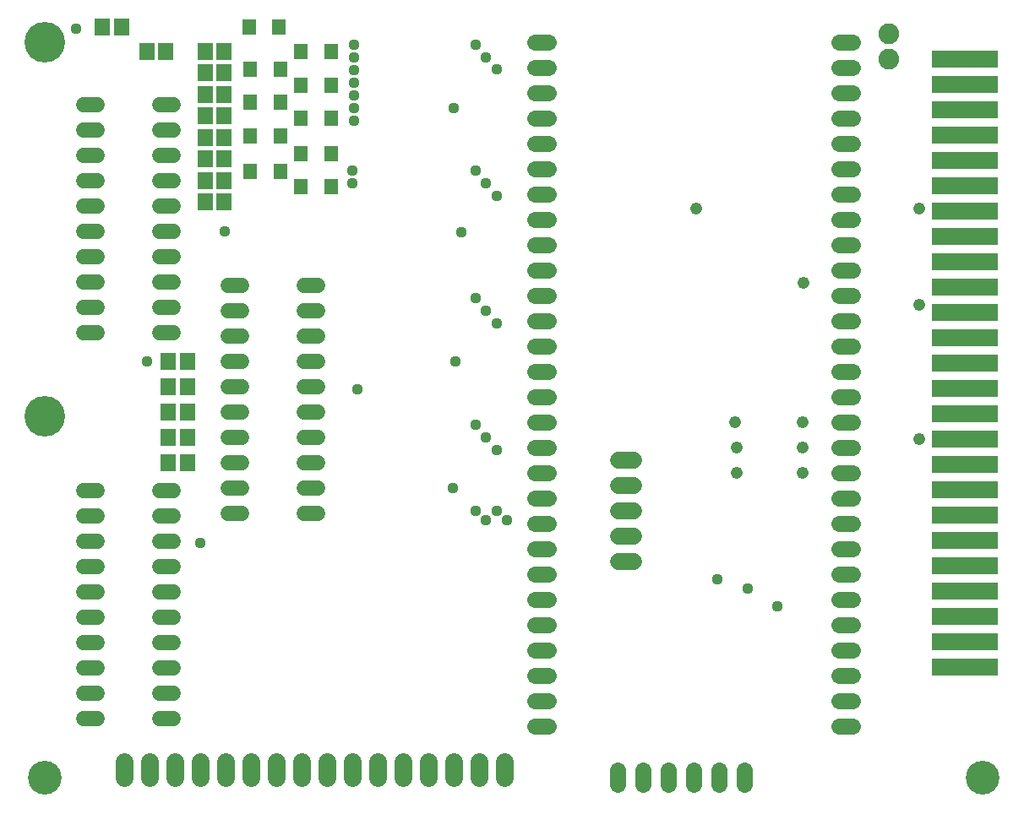
<source format=gts>
G75*
G70*
%OFA0B0*%
%FSLAX24Y24*%
%IPPOS*%
%LPD*%
%AMOC8*
5,1,8,0,0,1.08239X$1,22.5*
%
%ADD10C,0.1600*%
%ADD11C,0.0634*%
%ADD12C,0.0600*%
%ADD13R,0.0552X0.0631*%
%ADD14C,0.0710*%
%ADD15C,0.1330*%
%ADD16R,0.0592X0.0671*%
%ADD17R,0.2630X0.0680*%
%ADD18C,0.0674*%
%ADD19C,0.0820*%
%ADD20C,0.0476*%
%ADD21C,0.0437*%
D10*
X001361Y025610D03*
X001361Y040360D03*
D11*
X020684Y040360D02*
X021238Y040360D01*
X021238Y039360D02*
X020684Y039360D01*
X020684Y038360D02*
X021238Y038360D01*
X021238Y037360D02*
X020684Y037360D01*
X020684Y036360D02*
X021238Y036360D01*
X021238Y035360D02*
X020684Y035360D01*
X020684Y034360D02*
X021238Y034360D01*
X021238Y033360D02*
X020684Y033360D01*
X020684Y032360D02*
X021238Y032360D01*
X021238Y031360D02*
X020684Y031360D01*
X020684Y030360D02*
X021238Y030360D01*
X021238Y029360D02*
X020684Y029360D01*
X020684Y028360D02*
X021238Y028360D01*
X021238Y027360D02*
X020684Y027360D01*
X020684Y026360D02*
X021238Y026360D01*
X021238Y025360D02*
X020684Y025360D01*
X020684Y024360D02*
X021238Y024360D01*
X021238Y023360D02*
X020684Y023360D01*
X020684Y022360D02*
X021238Y022360D01*
X021238Y021360D02*
X020684Y021360D01*
X020684Y020360D02*
X021238Y020360D01*
X021238Y019360D02*
X020684Y019360D01*
X020684Y018360D02*
X021238Y018360D01*
X021238Y017360D02*
X020684Y017360D01*
X020684Y016360D02*
X021238Y016360D01*
X021238Y015360D02*
X020684Y015360D01*
X020684Y014360D02*
X021238Y014360D01*
X021238Y013360D02*
X020684Y013360D01*
X023961Y011637D02*
X023961Y011083D01*
X024961Y011083D02*
X024961Y011637D01*
X025961Y011637D02*
X025961Y011083D01*
X026961Y011083D02*
X026961Y011637D01*
X027961Y011637D02*
X027961Y011083D01*
X028961Y011083D02*
X028961Y011637D01*
X032684Y013360D02*
X033238Y013360D01*
X033238Y014360D02*
X032684Y014360D01*
X032684Y015360D02*
X033238Y015360D01*
X033238Y016360D02*
X032684Y016360D01*
X032684Y017360D02*
X033238Y017360D01*
X033238Y018360D02*
X032684Y018360D01*
X032684Y019360D02*
X033238Y019360D01*
X033238Y020360D02*
X032684Y020360D01*
X032684Y021360D02*
X033238Y021360D01*
X033238Y022360D02*
X032684Y022360D01*
X032684Y023360D02*
X033238Y023360D01*
X033238Y024360D02*
X032684Y024360D01*
X032684Y025360D02*
X033238Y025360D01*
X033238Y026360D02*
X032684Y026360D01*
X032684Y027360D02*
X033238Y027360D01*
X033238Y028360D02*
X032684Y028360D01*
X032684Y029360D02*
X033238Y029360D01*
X033238Y030360D02*
X032684Y030360D01*
X032684Y031360D02*
X033238Y031360D01*
X033238Y032360D02*
X032684Y032360D01*
X032684Y033360D02*
X033238Y033360D01*
X033238Y034360D02*
X032684Y034360D01*
X032684Y035360D02*
X033238Y035360D01*
X033238Y036360D02*
X032684Y036360D01*
X032684Y037360D02*
X033238Y037360D01*
X033238Y038360D02*
X032684Y038360D01*
X032684Y039360D02*
X033238Y039360D01*
X033238Y040360D02*
X032684Y040360D01*
D12*
X012121Y030760D02*
X011601Y030760D01*
X011601Y029760D02*
X012121Y029760D01*
X012121Y028760D02*
X011601Y028760D01*
X011601Y027760D02*
X012121Y027760D01*
X012121Y026760D02*
X011601Y026760D01*
X011601Y025760D02*
X012121Y025760D01*
X012121Y024760D02*
X011601Y024760D01*
X011601Y023760D02*
X012121Y023760D01*
X012121Y022760D02*
X011601Y022760D01*
X011601Y021760D02*
X012121Y021760D01*
X009121Y021760D02*
X008601Y021760D01*
X008601Y022760D02*
X009121Y022760D01*
X009121Y023760D02*
X008601Y023760D01*
X008601Y024760D02*
X009121Y024760D01*
X009121Y025760D02*
X008601Y025760D01*
X008601Y026760D02*
X009121Y026760D01*
X009121Y027760D02*
X008601Y027760D01*
X008601Y028760D02*
X009121Y028760D01*
X009121Y029760D02*
X008601Y029760D01*
X008601Y030760D02*
X009121Y030760D01*
X006421Y030910D02*
X005901Y030910D01*
X005901Y031910D02*
X006421Y031910D01*
X006421Y032910D02*
X005901Y032910D01*
X005901Y033910D02*
X006421Y033910D01*
X006421Y034910D02*
X005901Y034910D01*
X005901Y035910D02*
X006421Y035910D01*
X006421Y036910D02*
X005901Y036910D01*
X005901Y037910D02*
X006421Y037910D01*
X003421Y037910D02*
X002901Y037910D01*
X002901Y036910D02*
X003421Y036910D01*
X003421Y035910D02*
X002901Y035910D01*
X002901Y034910D02*
X003421Y034910D01*
X003421Y033910D02*
X002901Y033910D01*
X002901Y032910D02*
X003421Y032910D01*
X003421Y031910D02*
X002901Y031910D01*
X002901Y030910D02*
X003421Y030910D01*
X003421Y029910D02*
X002901Y029910D01*
X002901Y028910D02*
X003421Y028910D01*
X005901Y028910D02*
X006421Y028910D01*
X006421Y029910D02*
X005901Y029910D01*
X005901Y022660D02*
X006421Y022660D01*
X006421Y021660D02*
X005901Y021660D01*
X005901Y020660D02*
X006421Y020660D01*
X006421Y019660D02*
X005901Y019660D01*
X005901Y018660D02*
X006421Y018660D01*
X006421Y017660D02*
X005901Y017660D01*
X005901Y016660D02*
X006421Y016660D01*
X006421Y015660D02*
X005901Y015660D01*
X005901Y014660D02*
X006421Y014660D01*
X006421Y013660D02*
X005901Y013660D01*
X003421Y013660D02*
X002901Y013660D01*
X002901Y014660D02*
X003421Y014660D01*
X003421Y015660D02*
X002901Y015660D01*
X002901Y016660D02*
X003421Y016660D01*
X003421Y017660D02*
X002901Y017660D01*
X002901Y018660D02*
X003421Y018660D01*
X003421Y019660D02*
X002901Y019660D01*
X002901Y020660D02*
X003421Y020660D01*
X003421Y021660D02*
X002901Y021660D01*
X002901Y022660D02*
X003421Y022660D01*
D13*
X011471Y034660D03*
X010652Y035260D03*
X011471Y035960D03*
X010652Y036660D03*
X011471Y037360D03*
X010652Y038010D03*
X011471Y038660D03*
X010652Y039310D03*
X011471Y040010D03*
X012652Y040010D03*
X012652Y038660D03*
X012652Y037360D03*
X012652Y035960D03*
X012652Y034660D03*
X009471Y035260D03*
X009471Y036660D03*
X009471Y038010D03*
X009471Y039310D03*
X009421Y040960D03*
X010602Y040960D03*
D14*
X010507Y011966D02*
X010507Y011337D01*
X011507Y011337D02*
X011507Y011966D01*
X012507Y011966D02*
X012507Y011337D01*
X013507Y011337D02*
X013507Y011966D01*
X014507Y011966D02*
X014507Y011337D01*
X015507Y011337D02*
X015507Y011966D01*
X016507Y011966D02*
X016507Y011337D01*
X017507Y011337D02*
X017507Y011966D01*
X018507Y011966D02*
X018507Y011337D01*
X019507Y011337D02*
X019507Y011966D01*
X009507Y011966D02*
X009507Y011337D01*
X008507Y011337D02*
X008507Y011966D01*
X007507Y011966D02*
X007507Y011337D01*
X006507Y011337D02*
X006507Y011966D01*
X005507Y011966D02*
X005507Y011337D01*
X004507Y011337D02*
X004507Y011966D01*
D15*
X001357Y011337D03*
X038365Y011337D03*
D16*
X008435Y034060D03*
X007687Y034060D03*
X007687Y034910D03*
X008435Y034910D03*
X008435Y035760D03*
X007687Y035760D03*
X007687Y036610D03*
X008435Y036610D03*
X008435Y037460D03*
X007687Y037460D03*
X007687Y038310D03*
X007687Y039160D03*
X008435Y039160D03*
X008435Y038310D03*
X008435Y040010D03*
X007687Y040010D03*
X006135Y040010D03*
X005387Y040010D03*
X004385Y040960D03*
X003637Y040960D03*
X006237Y027760D03*
X006985Y027760D03*
X006985Y026760D03*
X006237Y026760D03*
X006237Y025760D03*
X006985Y025760D03*
X006985Y024760D03*
X006237Y024760D03*
X006237Y023760D03*
X006985Y023760D03*
D17*
X037661Y023710D03*
X037661Y022710D03*
X037661Y021710D03*
X037661Y020710D03*
X037661Y019710D03*
X037661Y018710D03*
X037661Y017710D03*
X037661Y016710D03*
X037661Y015710D03*
X037661Y024710D03*
X037661Y025710D03*
X037661Y026710D03*
X037661Y027710D03*
X037661Y028710D03*
X037661Y029710D03*
X037661Y030710D03*
X037661Y031710D03*
X037661Y032710D03*
X037661Y033710D03*
X037661Y034710D03*
X037661Y035710D03*
X037661Y036710D03*
X037661Y037710D03*
X037661Y038710D03*
X037661Y039710D03*
D18*
X024608Y023860D02*
X024014Y023860D01*
X024014Y022860D02*
X024608Y022860D01*
X024608Y021860D02*
X024014Y021860D01*
X024014Y020860D02*
X024608Y020860D01*
X024608Y019860D02*
X024014Y019860D01*
D19*
X034661Y039710D03*
X034661Y040710D03*
D20*
X035861Y033810D03*
X035861Y030010D03*
X031311Y030860D03*
X027061Y033810D03*
X028611Y025360D03*
X028661Y024360D03*
X028661Y023360D03*
X031261Y023360D03*
X031261Y024360D03*
X031261Y025360D03*
X035861Y024710D03*
D21*
X030261Y018110D03*
X029111Y018810D03*
X027911Y019160D03*
X019611Y021510D03*
X019211Y021860D03*
X018761Y021510D03*
X018361Y021860D03*
X017461Y022760D03*
X019211Y024260D03*
X018761Y024760D03*
X018361Y025260D03*
X017561Y027760D03*
X019211Y029260D03*
X018761Y029760D03*
X018361Y030260D03*
X017811Y032860D03*
X019211Y034310D03*
X018761Y034810D03*
X018361Y035310D03*
X017511Y037760D03*
X019211Y039310D03*
X018761Y039760D03*
X018361Y040260D03*
X013561Y040260D03*
X013561Y039760D03*
X013561Y039260D03*
X013561Y038760D03*
X013561Y038260D03*
X013561Y037760D03*
X013561Y037260D03*
X013511Y035310D03*
X013511Y034810D03*
X008461Y032910D03*
X005411Y027760D03*
X007511Y020610D03*
X013711Y026660D03*
X002611Y040910D03*
M02*

</source>
